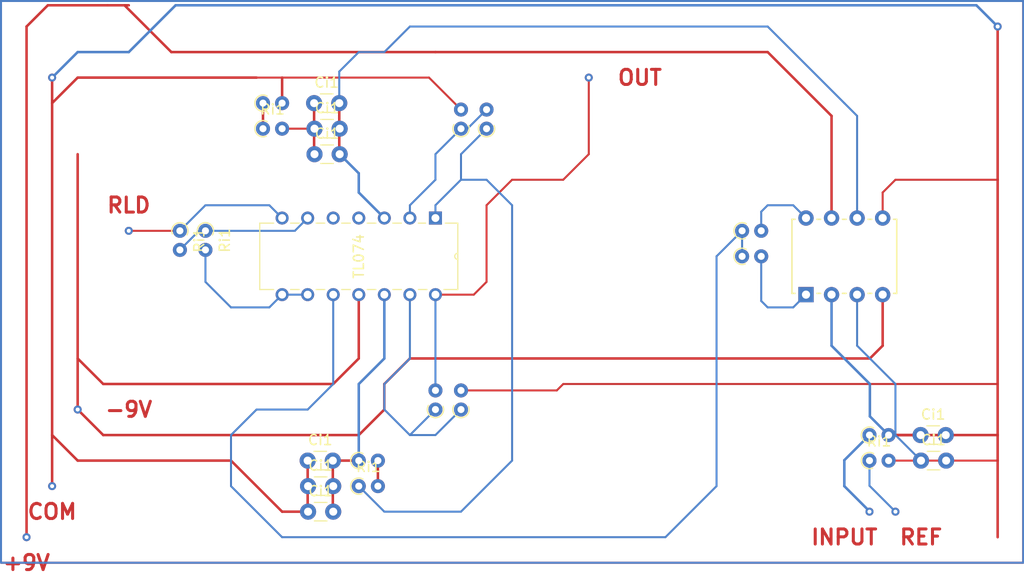
<source format=kicad_pcb>
(kicad_pcb (version 20211014) (generator pcbnew)
  (layers (0 "F.Cu" signal) (31 "B.Cu" signal) (34 "B.Paste" user) (35 "F.Paste" user) (36 "B.SilkS" user "B.Silkscreen") (37 "F.SilkS" user "F.Silkscreen") (38 "B.Mask" user) (39 "F.Mask" user) (44 "Edge.Cuts" user))
  (net 0 "")
  (footprint "Resistor_THT:R_Axial_DIN0204_L3.6mm_D1.6mm_P1.90mm_Vertical" (layer "F.Cu") (at 137.16 81.28 90)
    (fp_text reference "Ri1" hide)
    (fp_text value "3.9 K")
    (fp_arc (start 0.320095 0.749359) (mid -0.813042 -0.054435) (end 0.417133 -0.7) (layer "F.SilkS") (width 0.12))
    (pad "1" thru_hole circle (at 0 0 90) (size 1.4 1.4) (drill 0.7) (layers F&B.Cu *.Mask))
    (pad "2" thru_hole oval (at 1.9 0 90) (size 1.4 1.4) (drill 0.7) (layers F&B.Cu *.Mask))
  )
  (footprint "Resistor_THT:R_Axial_DIN0204_L3.6mm_D1.6mm_P1.90mm_Vertical" (layer "F.Cu") (at 111.76 91.44 -90)
    (fp_text reference "Ri1" (at 0.95 -1.92 90) (layer "F.SilkS"))
    (fp_text value "15 K")
    (fp_arc (start 0.320095 0.749359) (mid -0.813042 -0.054435) (end 0.417133 -0.7) (layer "F.SilkS") (width 0.12))
    (pad "1" thru_hole circle (at 0 0 270) (size 1.4 1.4) (drill 0.7) (layers F&B.Cu *.Mask))
    (pad "2" thru_hole oval (at 1.9 0 270) (size 1.4 1.4) (drill 0.7) (layers F&B.Cu *.Mask))
  )
  (footprint "Resistor_THT:R_Axial_DIN0204_L3.6mm_D1.6mm_P1.90mm_Vertical" (layer "F.Cu") (at 177.76 111.76)
    (fp_text reference "Ri1" hide)
    (fp_text value "330 K")
    (fp_arc (start 0.320095 0.749359) (mid -0.813042 -0.054435) (end 0.417133 -0.7) (layer "F.SilkS") (width 0.12))
    (pad "1" thru_hole circle (at 0 0) (size 1.4 1.4) (drill 0.7) (layers *.Cu *.Mask))
    (pad "2" thru_hole oval (at 1.9 0) (size 1.4 1.4) (drill 0.7) (layers *.Cu *.Mask))
  )
  (footprint "Resistor_THT:R_Axial_DIN0204_L3.6mm_D1.6mm_P1.90mm_Vertical" (layer "F.Cu") (at 165.1 91.44)
    (fp_text reference "Ri1" hide)
    (fp_text value "1.6 K")
    (fp_arc (start 0.320095 0.749359) (mid -0.813042 -0.054435) (end 0.417133 -0.7) (layer "F.SilkS") (width 0.12))
    (pad "1" thru_hole circle (at 0 0) (size 1.4 1.4) (drill 0.7) (layers F&B.Cu *.Mask))
    (pad "2" thru_hole oval (at 1.9 0) (size 1.4 1.4) (drill 0.7) (layers F&B.Cu *.Mask))
  )
  (footprint "Capacitor_THT:C_Disc_D3.0mm_W1.6mm_P2.50mm" (layer "F.Cu") (at 122.6 81.28)
    (fp_text reference "Ci1" (at 1.25 -2.05) (layer "F.SilkS"))
    (fp_text value "10 nF")
    (fp_line (start 0.621 0.92) (end 1.879 0.92) (layer "F.SilkS") (width 0.12))
    (fp_line (start 0.621 -0.92) (end 1.879 -0.92) (layer "F.SilkS") (width 0.12))
    (pad "1" thru_hole circle (at 0 0) (size 1.6 1.6) (drill 0.8) (layers F&B.Cu *.Mask))
    (pad "2" thru_hole circle (at 2.5 0) (size 1.6 1.6) (drill 0.8) (layers F&B.Cu *.Mask))
  )
  (footprint "Capacitor_THT:C_Disc_D3.0mm_W1.6mm_P2.50mm" (layer "F.Cu") (at 121.96 119.38)
    (fp_text reference "Ci1" (at 1.25 -2.05) (layer "F.SilkS"))
    (fp_text value "10 nF")
    (fp_line (start 0.621 0.92) (end 1.879 0.92) (layer "F.SilkS") (width 0.12))
    (fp_line (start 0.621 -0.92) (end 1.879 -0.92) (layer "F.SilkS") (width 0.12))
    (pad "1" thru_hole circle (at 0 0) (size 1.6 1.6) (drill 0.8) (layers F&B.Cu *.Mask))
    (pad "2" thru_hole circle (at 2.5 0) (size 1.6 1.6) (drill 0.8) (layers F&B.Cu *.Mask))
  )
  (footprint "Capacitor_THT:C_Disc_D3.0mm_W1.6mm_P2.50mm" (layer "F.Cu") (at 182.88 114.3)
    (fp_text reference "Ci1" (at 1.25 -2.05) (layer "F.SilkS"))
    (fp_text value "10 nF")
    (fp_line (start 0.621 0.92) (end 1.879 0.92) (layer "F.SilkS") (width 0.12))
    (fp_line (start 0.621 -0.92) (end 1.879 -0.92) (layer "F.SilkS") (width 0.12))
    (pad "1" thru_hole circle (at 0 0) (size 1.6 1.6) (drill 0.8) (layers F&B.Cu *.Mask))
    (pad "2" thru_hole circle (at 2.5 0) (size 1.6 1.6) (drill 0.8) (layers F&B.Cu *.Mask))
  )
  (footprint "Resistor_THT:R_Axial_DIN0204_L3.6mm_D1.6mm_P1.90mm_Vertical" (layer "F.Cu") (at 134.62 109.22 90)
    (fp_text reference "Ri1" hide)
    (fp_text value "15 K")
    (fp_arc (start 0.320095 0.749359) (mid -0.813042 -0.054435) (end 0.417133 -0.7) (layer "F.SilkS") (width 0.12))
    (pad "1" thru_hole circle (at 0 0 90) (size 1.4 1.4) (drill 0.7) (layers F&B.Cu *.Mask))
    (pad "2" thru_hole oval (at 1.9 0 90) (size 1.4 1.4) (drill 0.7) (layers F&B.Cu *.Mask))
  )
  (footprint "Capacitor_THT:C_Disc_D3.0mm_W1.6mm_P2.50mm" (layer "F.Cu") (at 122.6 83.82)
    (fp_text reference "Ci1" (at 1.25 -2.05) (layer "F.SilkS"))
    (fp_text value "10 nF")
    (fp_line (start 0.621 0.92) (end 1.879 0.92) (layer "F.SilkS") (width 0.12))
    (fp_line (start 0.621 -0.92) (end 1.879 -0.92) (layer "F.SilkS") (width 0.12))
    (pad "1" thru_hole circle (at 0 0) (size 1.6 1.6) (drill 0.8) (layers F&B.Cu *.Mask))
    (pad "2" thru_hole circle (at 2.5 0) (size 1.6 1.6) (drill 0.8) (layers F&B.Cu *.Mask))
  )
  (footprint "Capacitor_THT:C_Disc_D3.0mm_W1.6mm_P2.50mm" (layer "F.Cu") (at 122.56 78.74)
    (fp_text reference "Ci1" (at 1.25 -2.05) (layer "F.SilkS"))
    (fp_text value "104 nF")
    (fp_line (start 0.621 0.92) (end 1.879 0.92) (layer "F.SilkS") (width 0.12))
    (fp_line (start 0.621 -0.92) (end 1.879 -0.92) (layer "F.SilkS") (width 0.12))
    (pad "1" thru_hole circle (at 0 0) (size 1.6 1.6) (drill 0.8) (layers F&B.Cu *.Mask))
    (pad "2" thru_hole circle (at 2.5 0) (size 1.6 1.6) (drill 0.8) (layers F&B.Cu *.Mask))
  )
  (footprint "Resistor_THT:R_Axial_DIN0204_L3.6mm_D1.6mm_P1.90mm_Vertical" (layer "F.Cu") (at 139.7 81.28 90)
    (fp_text reference "Ri1" hide)
    (fp_text value "106 K")
    (fp_arc (start 0.320095 0.749359) (mid -0.813042 -0.054435) (end 0.417133 -0.7) (layer "F.SilkS") (width 0.12))
    (pad "1" thru_hole circle (at 0 0 90) (size 1.4 1.4) (drill 0.7) (layers F&B.Cu *.Mask))
    (pad "2" thru_hole oval (at 1.9 0 90) (size 1.4 1.4) (drill 0.7) (layers F&B.Cu *.Mask))
  )
  (footprint "Capacitor_THT:C_Disc_D3.0mm_W1.6mm_P2.50mm" (layer "F.Cu") (at 182.84 111.76)
    (fp_text reference "Ci1" (at 1.25 -2.05) (layer "F.SilkS"))
    (fp_text value "10 nF")
    (fp_line (start 0.621 0.92) (end 1.879 0.92) (layer "F.SilkS") (width 0.12))
    (fp_line (start 0.621 -0.92) (end 1.879 -0.92) (layer "F.SilkS") (width 0.12))
    (pad "1" thru_hole circle (at 0 0) (size 1.6 1.6) (drill 0.8) (layers *.Cu *.Mask))
    (pad "2" thru_hole circle (at 2.5 0) (size 1.6 1.6) (drill 0.8) (layers *.Cu *.Mask))
  )
  (footprint "Resistor_THT:R_Axial_DIN0204_L3.6mm_D1.6mm_P1.90mm_Vertical" (layer "F.Cu") (at 127 116.84)
    (fp_text reference "Ri1" (at 0.95 -1.92) (layer "F.SilkS"))
    (fp_text value "15 K")
    (fp_arc (start 0.320095 0.749359) (mid -0.813042 -0.054435) (end 0.417133 -0.7) (layer "F.SilkS") (width 0.12))
    (pad "1" thru_hole circle (at 0 0) (size 1.4 1.4) (drill 0.7) (layers F&B.Cu *.Mask))
    (pad "2" thru_hole oval (at 1.9 0) (size 1.4 1.4) (drill 0.7) (layers F&B.Cu *.Mask))
  )
  (footprint "Resistor_THT:R_Axial_DIN0204_L3.6mm_D1.6mm_P1.90mm_Vertical" (layer "F.Cu") (at 117.48 78.74)
    (fp_text reference "Ri1" hide)
    (fp_text value "219 K")
    (fp_arc (start 0.320095 0.749359) (mid -0.813042 -0.054435) (end 0.417133 -0.7) (layer "F.SilkS") (width 0.12))
    (pad "1" thru_hole circle (at 0 0) (size 1.4 1.4) (drill 0.7) (layers F&B.Cu *.Mask))
    (pad "2" thru_hole oval (at 1.9 0) (size 1.4 1.4) (drill 0.7) (layers F&B.Cu *.Mask))
  )
  (footprint "Resistor_THT:R_Axial_DIN0204_L3.6mm_D1.6mm_P1.90mm_Vertical" (layer "F.Cu") (at 109.22 91.44 -90)
    (fp_text reference "Ri1" (at 0.95 -1.92 90) (layer "F.SilkS"))
    (fp_text value "219 K")
    (fp_arc (start 0.320095 0.749359) (mid -0.813042 -0.054435) (end 0.417133 -0.7) (layer "F.SilkS") (width 0.12))
    (pad "1" thru_hole circle (at 0 0 270) (size 1.4 1.4) (drill 0.7) (layers F&B.Cu *.Mask))
    (pad "2" thru_hole oval (at 1.9 0 270) (size 1.4 1.4) (drill 0.7) (layers F&B.Cu *.Mask))
  )
  (footprint "Resistor_THT:R_Axial_DIN0204_L3.6mm_D1.6mm_P1.90mm_Vertical" (layer "F.Cu") (at 165.1 93.98)
    (fp_text reference "Ri1" hide)
    (fp_text value "1.6 K")
    (fp_arc (start 0.320095 0.749359) (mid -0.813042 -0.054435) (end 0.417133 -0.7) (layer "F.SilkS") (width 0.12))
    (pad "1" thru_hole circle (at 0 0) (size 1.4 1.4) (drill 0.7) (layers F&B.Cu *.Mask))
    (pad "2" thru_hole oval (at 1.9 0) (size 1.4 1.4) (drill 0.7) (layers F&B.Cu *.Mask))
  )
  (footprint "TL074CN:TL074CN" (layer "F.Cu") (at 119.38 97.79 -90)
    (fp_text reference "REF**" hide)
    (fp_text value "TL074" (at -3.81 -7.62 90) (layer "F.SilkS"))
    (fp_line (start -0.508 -17.4625) (end -7.112 -17.4625) (layer "F.SilkS") (width 0.12))
    (fp_line (start -0.508 -10.998569) (end -0.508 -11.861431) (layer "F.SilkS") (width 0.12))
    (fp_line (start -0.508 -8.458569) (end -0.508 -9.321431) (layer "F.SilkS") (width 0.12))
    (fp_line (start -0.508 2.2225) (end -0.508 0.838569) (layer "F.SilkS") (width 0.12))
    (fp_line (start -0.508 -0.838569) (end -0.508 -1.701431) (layer "F.SilkS") (width 0.12))
    (fp_line (start -7.112 -17.4625) (end -7.112 -16.22044) (layer "F.SilkS") (width 0.12))
    (fp_line (start -7.112 -4.241431) (end -7.112 -3.378569) (layer "F.SilkS") (width 0.12))
    (fp_line (start -7.112 -11.861431) (end -7.112 -10.998569) (layer "F.SilkS") (width 0.12))
    (fp_line (start -0.508 -16.078569) (end -0.508 -17.4625) (layer "F.SilkS") (width 0.12))
    (fp_line (start -7.112 -1.701431) (end -7.112 -0.838569) (layer "F.SilkS") (width 0.12))
    (fp_line (start -0.508 -3.378569) (end -0.508 -4.241431) (layer "F.SilkS") (width 0.12))
    (fp_line (start -0.508 -13.538569) (end -0.508 -14.401431) (layer "F.SilkS") (width 0.12))
    (fp_line (start -7.112 2.2225) (end -0.508 2.2225) (layer "F.SilkS") (width 0.12))
    (fp_line (start -7.112 -9.321431) (end -7.112 -8.458569) (layer "F.SilkS") (width 0.12))
    (fp_line (start -7.112 -14.25956) (end -7.112 -13.538569) (layer "F.SilkS") (width 0.12))
    (fp_line (start -7.112 0.838569) (end -7.112 2.2225) (layer "F.SilkS") (width 0.12))
    (fp_line (start -7.112 -6.781431) (end -7.112 -5.918569) (layer "F.SilkS") (width 0.12))
    (fp_line (start -0.508 -5.918569) (end -0.508 -6.781431) (layer "F.SilkS") (width 0.12))
    (fp_arc (start -3.5052 -17.4625) (mid -3.81 -17.1577) (end -4.1148 -17.4625) (layer "F.SilkS") (width 0.12))
    (pad "1" thru_hole rect locked (at -7.62 -15.24 270) (size 1.2954 1.2954) (drill 0.7874) (layers *.Cu *.Mask))
    (pad "2" thru_hole circle locked (at -7.62 -12.7 270) (size 1.2954 1.2954) (drill 0.7874) (layers *.Cu *.Mask))
    (pad "3" thru_hole circle locked (at -7.62 -10.16 270) (size 1.2954 1.2954) (drill 0.7874) (layers *.Cu *.Mask))
    (pad "4" thru_hole circle locked (at -7.62 -7.62 270) (size 1.2954 1.2954) (drill 0.7874) (layers *.Cu *.Mask))
    (pad "5" thru_hole circle locked (at -7.62 -5.08 270) (size 1.2954 1.2954) (drill 0.7874) (layers *.Cu *.Mask))
    (pad "6" thru_hole circle locked (at -7.62 -2.54 270) (size 1.2954 1.2954) (drill 0.7874) (layers *.Cu *.Mask))
    (pad "7" thru_hole circle locked (at -7.62 0 270) (size 1.2954 1.2954) (drill 0.7874) (layers *.Cu *.Mask))
    (pad "8" thru_hole circle locked (at 0 0 270) (size 1.2954 1.2954) (drill 0.7874) (layers *.Cu *.Mask))
    (pad "9" thru_hole circle locked (at 0 -2.54 270) (size 1.2954 1.2954) (drill 0.7874) (layers *.Cu *.Mask))
    (pad "10" thru_hole circle locked (at 0 -5.08 270) (size 1.2954 1.2954) (drill 0.7874) (layers *.Cu *.Mask))
    (pad "11" thru_hole circle locked (at 0 -7.62 270) (size 1.2954 1.2954) (drill 0.7874) (layers *.Cu *.Mask))
    (pad "12" thru_hole circle locked (at 0 -10.16 270) (size 1.2954 1.2954) (drill 0.7874) (layers *.Cu *.Mask))
    (pad "13" thru_hole circle locked (at 0 -12.7 270) (size 1.2954 1.2954) (drill 0.7874) (layers *.Cu *.Mask))
    (pad "14" thru_hole circle locked (at 0 -15.24 270) (size 1.2954 1.2954) (drill 0.7874) (layers *.Cu *.Mask))
  )
  (footprint "Resistor_THT:R_Axial_DIN0204_L3.6mm_D1.6mm_P1.90mm_Vertical" (layer "F.Cu") (at 177.76 114.3)
    (fp_text reference "Ri1" (at 0.95 -1.92) (layer "F.SilkS"))
    (fp_text value "330 K")
    (fp_arc (start 0.320095 0.749359) (mid -0.813042 -0.054435) (end 0.417133 -0.7) (layer "F.SilkS") (width 0.12))
    (pad "1" thru_hole circle (at 0 0) (size 1.4 1.4) (drill 0.7) (layers F&B.Cu *.Mask))
    (pad "2" thru_hole oval (at 1.9 0) (size 1.4 1.4) (drill 0.7) (layers F&B.Cu *.Mask))
  )
  (footprint "Resistor_THT:R_Axial_DIN0204_L3.6mm_D1.6mm_P1.90mm_Vertical" (layer "F.Cu") (at 137.16 109.22 90)
    (fp_text reference "Ri1" hide)
    (fp_text value "0.5 K")
    (fp_arc (start 0.320095 0.749359) (mid -0.813042 -0.054435) (end 0.417133 -0.7) (layer "F.SilkS") (width 0.12))
    (pad "1" thru_hole circle (at 0 0 90) (size 1.4 1.4) (drill 0.7) (layers F&B.Cu *.Mask))
    (pad "2" thru_hole oval (at 1.9 0 90) (size 1.4 1.4) (drill 0.7) (layers F&B.Cu *.Mask))
  )
  (footprint "Capacitor_THT:C_Disc_D3.0mm_W1.6mm_P2.50mm" (layer "F.Cu") (at 121.96 116.84)
    (fp_text reference "Ci1" (at 1.25 -2.05) (layer "F.SilkS"))
    (fp_text value "10 nF")
    (fp_line (start 0.621 0.92) (end 1.879 0.92) (layer "F.SilkS") (width 0.12))
    (fp_line (start 0.621 -0.92) (end 1.879 -0.92) (layer "F.SilkS") (width 0.12))
    (pad "1" thru_hole circle (at 0 0) (size 1.6 1.6) (drill 0.8) (layers F&B.Cu *.Mask))
    (pad "2" thru_hole circle (at 2.5 0) (size 1.6 1.6) (drill 0.8) (layers F&B.Cu *.Mask))
  )
  (footprint "Resistor_THT:R_Axial_DIN0204_L3.6mm_D1.6mm_P1.90mm_Vertical" (layer "F.Cu") (at 127 114.3)
    (fp_text reference "Ri1" hide)
    (fp_text value "15 K")
    (fp_arc (start 0.320095 0.749359) (mid -0.813042 -0.054435) (end 0.417133 -0.7) (layer "F.SilkS") (width 0.12))
    (pad "1" thru_hole circle (at 0 0) (size 1.4 1.4) (drill 0.7) (layers F&B.Cu *.Mask))
    (pad "2" thru_hole oval (at 1.9 0) (size 1.4 1.4) (drill 0.7) (layers F&B.Cu *.Mask))
  )
  (footprint "Capacitor_THT:C_Disc_D3.0mm_W1.6mm_P2.50mm" (layer "F.Cu") (at 121.92 114.3)
    (fp_text reference "Ci1" (at 1.25 -2.05) (layer "F.SilkS"))
    (fp_text value "104 nF")
    (fp_line (start 0.621 0.92) (end 1.879 0.92) (layer "F.SilkS") (width 0.12))
    (fp_line (start 0.621 -0.92) (end 1.879 -0.92) (layer "F.SilkS") (width 0.12))
    (pad "1" thru_hole circle (at 0 0) (size 1.6 1.6) (drill 0.8) (layers F&B.Cu *.Mask))
    (pad "2" thru_hole circle (at 2.5 0) (size 1.6 1.6) (drill 0.8) (layers F&B.Cu *.Mask))
  )
  (footprint "AD620:AD620" (layer "F.Cu") (at 171.45 97.79 90)
    (fp_text reference "REF**" hide)
    (fp_text value "AD620")
    (fp_line (start 0.127 -1.397) (end 0.127 -1.09474) (layer "F.SilkS") (width 0.1524))
    (fp_line (start 7.493 -1.397) (end 0.127 -1.397) (layer "F.SilkS") (width 0.1524))
    (fp_line (start 7.493 1.452652) (end 7.493 1.087348) (layer "F.SilkS") (width 0.1524))
    (fp_line (start 7.493 6.532652) (end 7.493 6.167348) (layer "F.SilkS") (width 0.1524))
    (fp_line (start 0.127 6.167348) (end 0.127 6.532652) (layer "F.SilkS") (width 0.1524))
    (fp_line (start 0.127 9.017) (end 7.493 9.017) (layer "F.SilkS") (width 0.1524))
    (fp_line (start 7.493 3.992652) (end 7.493 3.627348) (layer "F.SilkS") (width 0.1524))
    (fp_line (start 0.127 3.627348) (end 0.127 3.992652) (layer "F.SilkS") (width 0.1524))
    (fp_line (start 0.127 8.707348) (end 0.127 9.017) (layer "F.SilkS") (width 0.1524))
    (fp_line (start 0.127 1.09474) (end 0.127 1.452652) (layer "F.SilkS") (width 0.1524))
    (fp_line (start 7.493 9.017) (end 7.493 8.707348) (layer "F.SilkS") (width 0.1524))
    (fp_line (start 7.493 -1.087348) (end 7.493 -1.397) (layer "F.SilkS") (width 0.1524))
    (pad "1" thru_hole rect (at 0 0 90) (size 1.524 1.524) (drill 0.8128) (layers *.Cu *.Mask))
    (pad "2" thru_hole circle (at 0 2.54 90) (size 1.524 1.524) (drill 0.8128) (layers *.Cu *.Mask))
    (pad "3" thru_hole circle (at 0 5.08 90) (size 1.524 1.524) (drill 0.8128) (layers *.Cu *.Mask))
    (pad "4" thru_hole circle (at 0 7.62 90) (size 1.524 1.524) (drill 0.8128) (layers *.Cu *.Mask))
    (pad "5" thru_hole circle (at 7.62 7.62 90) (size 1.524 1.524) (drill 0.8128) (layers *.Cu *.Mask))
    (pad "6" thru_hole circle (at 7.62 5.08 90) (size 1.524 1.524) (drill 0.8128) (layers *.Cu *.Mask))
    (pad "7" thru_hole circle (at 7.62 2.54 90) (size 1.524 1.524) (drill 0.8128) (layers *.Cu *.Mask))
    (pad "8" thru_hole circle (at 7.62 0 90) (size 1.524 1.524) (drill 0.8128) (layers *.Cu *.Mask))
  )
  (footprint "Resistor_THT:R_Axial_DIN0204_L3.6mm_D1.6mm_P1.90mm_Vertical" (layer "F.Cu") (at 117.48 81.28)
    (fp_text reference "Ri1" (at 0.95 -1.92) (layer "F.SilkS"))
    (fp_text value "219 K")
    (fp_arc (start 0.320095 0.749359) (mid -0.813042 -0.054435) (end 0.417133 -0.7) (layer "F.SilkS") (width 0.12))
    (pad "1" thru_hole circle (at 0 0) (size 1.4 1.4) (drill 0.7) (layers F&B.Cu *.Mask))
    (pad "2" thru_hole oval (at 1.9 0) (size 1.4 1.4) (drill 0.7) (layers F&B.Cu *.Mask))
  )
  (gr_rect (start 91.44 68.58) (end 193.04 124.46) (layer "F.Cu") (width 0.2) (fill none))
  (gr_rect (start 91.44 68.58) (end 193.04 124.46) (layer "B.Cu") (width 0.2) (fill none))
  (gr_text "COM" (at 96.52 119.38) (layer "F.Cu") (effects (font (size 1.5 1.5) (thickness 0.3))))
  (gr_text "RLD\n" (at 104.14 88.9) (layer "F.Cu") (effects (font (size 1.5 1.5) (thickness 0.3))))
  (gr_text "INPUT" (at 175.26 121.92) (layer "F.Cu") (effects (font (size 1.5 1.5) (thickness 0.3))))
  (gr_text "OUT" (at 154.94 76.2) (layer "F.Cu") (effects (font (size 1.5 1.5) (thickness 0.3))))
  (gr_text "+9V\n" (at 93.98 124.46) (layer "F.Cu") (effects (font (size 1.5 1.5) (thickness 0.3))))
  (gr_text "REF" (at 182.88 121.92) (layer "F.Cu") (effects (font (size 1.5 1.5) (thickness 0.3))))
  (gr_text "-9V" (at 104.14 109.22) (layer "F.Cu") (effects (font (size 1.5 1.5) (thickness 0.3))))
  (segment (start 167.64 73.66) (end 173.99 80.01) (width 0.25) (layer "F.Cu") (net 0))
  (segment (start 179.07 102.87) (end 179.07 97.79) (width 0.25) (layer "F.Cu") (net 0))
  (segment (start 139.7 96.52) (end 139.7 88.9) (width 0.2) (layer "F.Cu") (net 0))
  (segment (start 177.8 104.14) (end 179.07 102.87) (width 0.25) (layer "F.Cu") (net 0))
  (segment (start 146.68 107.32) (end 147.32 106.68) (width 0.2) (layer "F.Cu") (net 0))
  (segment (start 147.32 106.68) (end 190.5 106.68) (width 0.2) (layer "F.Cu") (net 0))
  (segment (start 125.06 78.74) (end 125.06 83.78) (width 0.25) (layer "F.Cu") (net 0))
  (segment (start 128.9 114.3) (end 128.9 116.84) (width 0.25) (layer "F.Cu") (net 0))
  (segment (start 179.66 114.3) (end 182.88 114.3) (width 0.2) (layer "F.Cu") (net 0))
  (segment (start 116.84 76.2) (end 99.06 76.2) (width 0.25) (layer "F.Cu") (net 0))
  (segment (start 142.24 86.36) (end 147.32 86.36) (width 0.2) (layer "F.Cu") (net 0))
  (segment (start 117.48 78.74) (end 117.48 81.28) (width 0.25) (layer "F.Cu") (net 0))
  (segment (start 179.66 111.76) (end 182.84 111.76) (width 0.25) (layer "F.Cu") (net 0))
  (segment (start 129.54 109.22) (end 129.54 106.68) (width 0.25) (layer "F.Cu") (net 0))
  (segment (start 134.62 97.79) (end 138.43 97.79) (width 0.2) (layer "F.Cu") (net 0))
  (segment (start 190.5 71.12) (end 190.5 86.36) (width 0.25) (layer "F.Cu") (net 0))
  (segment (start 133.98 76.2) (end 119.38 76.2) (width 0.2) (layer "F.Cu") (net 0))
  (segment (start 180.34 86.36) (end 190.5 86.36) (width 0.2) (layer "F.Cu") (net 0))
  (segment (start 124.46 106.68) (end 127 104.14) (width 0.25) (layer "F.Cu") (net 0))
  (segment (start 121.92 119.34) (end 121.96 119.38) (width 0.25) (layer "F.Cu") (net 0))
  (segment (start 137.16 79.38) (end 133.98 76.2) (width 0.2) (layer "F.Cu") (net 0))
  (segment (start 119.38 76.2) (end 116.84 76.2) (width 0.2) (layer "F.Cu") (net 0))
  (segment (start 122.56 78.74) (end 122.56 83.78) (width 0.25) (layer "F.Cu") (net 0))
  (segment (start 96.52 76.2) (end 96.52 116.84) (width 0.25) (layer "F.Cu") (net 0))
  (segment (start 124.42 119.34) (end 124.46 119.38) (width 0.25) (layer "F.Cu") (net 0))
  (segment (start 127 111.76) (end 129.54 109.22) (width 0.25) (layer "F.Cu") (net 0))
  (segment (start 99.06 104.14) (end 99.06 109.22) (width 0.25) (layer "F.Cu") (net 0))
  (segment (start 190.5 114.3) (end 190.5 121.92) (width 0.25) (layer "F.Cu") (net 0))
  (segment (start 101.6 111.76) (end 127 111.76) (width 0.25) (layer "F.Cu") (net 0))
  (segment (start 137.16 107.32) (end 146.68 107.32) (width 0.2) (layer "F.Cu") (net 0))
  (segment (start 99.06 109.22) (end 101.6 111.76) (width 0.25) (layer "F.Cu") (net 0))
  (segment (start 99.06 76.2) (end 96.52 78.74) (width 0.25) (layer "F.Cu") (net 0))
  (segment (start 114.3 114.3) (end 99.06 114.3) (width 0.25) (layer "F.Cu") (net 0))
  (segment (start 121.92 114.3) (end 121.92 119.34) (width 0.25) (layer "F.Cu") (net 0))
  (segment (start 124.42 114.3) (end 124.42 119.34) (width 0.25) (layer "F.Cu") (net 0))
  (segment (start 173.99 80.01) (end 173.99 90.17) (width 0.25) (layer "F.Cu") (net 0))
  (segment (start 180.34 114.3) (end 190.5 114.3) (width 0.2) (layer "F.Cu") (net 0))
  (segment (start 93.98 71.12) (end 93.98 121.92) (width 0.25) (layer "F.Cu") (net 0))
  (segment (start 103.715 69.005) (end 108.37 73.66) (width 0.25) (layer "F.Cu") (net 0))
  (segment (start 190.5 86.36) (end 190.5 111.76) (width 0.25) (layer "F.Cu") (net 0))
  (segment (start 121.96 119.38) (end 119.38 119.38) (width 0.25) (layer "F.Cu") (net 0))
  (segment (start 125.06 83.78) (end 125.1 83.82) (width 0.25) (layer "F.Cu") (net 0))
  (segment (start 99.06 104.14) (end 101.6 106.68) (width 0.25) (layer "F.Cu") (net 0))
  (segment (start 99.06 114.3) (end 96.52 111.76) (width 0.25) (layer "F.Cu") (net 0))
  (segment (start 139.7 88.9) (end 142.24 86.36) (width 0.2) (layer "F.Cu") (net 0))
  (segment (start 119.38 119.38) (end 114.3 114.3) (width 0.25) (layer "F.Cu") (net 0))
  (segment (start 119.38 81.28) (end 122.6 81.28) (width 0.2) (layer "F.Cu") (net 0))
  (segment (start 102.025 69.005) (end 103.715 69.005) (width 0.25) (layer "F.Cu") (net 0))
  (segment (start 127 114.3) (end 124.42 114.3) (width 0.25) (layer "F.Cu") (net 0))
  (segment (start 101.6 106.68) (end 124.46 106.68) (width 0.25) (layer "F.Cu") (net 0))
  (segment (start 129.54 106.68) (end 132.08 104.14) (width 0.25) (layer "F.Cu") (net 0))
  (segment (start 179.07 87.63) (end 180.34 86.36) (width 0.2) (layer "F.Cu") (net 0))
  (segment (start 179.07 90.17) (end 179.07 87.63) (width 0.2) (layer "F.Cu") (net 0))
  (segment (start 119.38 78.74) (end 119.38 76.2) (width 0.25) (layer "F.Cu") (net 0))
  (segment (start 93.98 71.12) (end 96.095 69.005) (width 0.25) (layer "F.Cu") (net 0))
  (segment (start 132.08 104.14) (end 177.8 104.14) (width 0.25) (layer "F.Cu") (net 0))
  (segment (start 122.56 83.78) (end 122.6 83.82) (width 0.25) (layer "F.Cu") (net 0))
  (segment (start 109.22 91.44) (end 104.14 91.44) (width 0.2) (layer "F.Cu") (net 0))
  (segment (start 190.5 111.76) (end 190.5 114.3) (width 0.25) (layer "F.Cu") (net 0))
  (segment (start 127 104.14) (end 127 97.79) (width 0.25) (layer "F.Cu") (net 0))
  (segment (start 147.32 86.36) (end 149.86 83.82) (width 0.2) (layer "F.Cu") (net 0))
  (segment (start 96.095 69.005) (end 102.025 69.005) (width 0.25) (layer "F.Cu") (net 0))
  (segment (start 99.06 83.82) (end 99.06 104.14) (width 0.25) (layer "F.Cu") (net 0))
  (segment (start 134.62 73.66) (end 167.64 73.66) (width 0.25) (layer "F.Cu") (net 0))
  (segment (start 108.37 73.66) (end 134.62 73.66) (width 0.25) (layer "F.Cu") (net 0))
  (segment (start 103.715 69.005) (end 104.14 69.005) (width 0.25) (layer "F.Cu") (net 0))
  (segment (start 149.86 83.82) (end 149.86 76.2) (width 0.2) (layer "F.Cu") (net 0))
  (segment (start 138.43 97.79) (end 139.7 96.52) (width 0.2) (layer "F.Cu") (net 0))
  (segment (start 180.3 111.76) (end 190.5 111.76) (width 0.25) (layer "F.Cu") (net 0))
  (via (at 177.76 119.38) (size 0.8) (drill 0.4) (layers "F.Cu" "B.Cu") (net 0))
  (via (at 96.52 116.84) (size 0.8) (drill 0.4) (layers "F.Cu" "B.Cu") (net 0))
  (via (at 180.34 119.38) (size 0.8) (drill 0.4) (layers "F.Cu" "B.Cu") (net 0))
  (via (at 190.5 71.12) (size 0.8) (drill 0.4) (layers "F.Cu" "B.Cu") (net 0))
  (via (at 96.52 76.2) (size 0.8) (drill 0.4) (layers "F.Cu" "B.Cu") (net 0))
  (via (at 104.14 91.44) (size 0.8) (drill 0.4) (layers "F.Cu" "B.Cu") (net 0))
  (via (at 93.98 121.92) (size 0.8) (drill 0.4) (layers "F.Cu" "B.Cu") (net 0))
  (via (at 99.06 109.22) (size 0.8) (drill 0.4) (layers "F.Cu" "B.Cu") (net 0))
  (via (at 149.86 76.2) (size 0.8) (drill 0.4) (layers "F.Cu" "B.Cu") (net 0))
  (segment (start 129.54 119.38) (end 127 116.84) (width 0.2) (layer "B.Cu") (net 0))
  (segment (start 127 106.68) (end 129.54 104.14) (width 0.25) (layer "B.Cu") (net 0))
  (segment (start 119.38 97.79) (end 121.92 97.79) (width 0.2) (layer "B.Cu") (net 0))
  (segment (start 167 89.54) (end 167.64 88.9) (width 0.2) (layer "B.Cu") (net 0))
  (segment (start 127 114.3) (end 127 106.68) (width 0.25) (layer "B.Cu") (net 0))
  (segment (start 127 85.72) (end 127 87.63) (width 0.25) (layer "B.Cu") (net 0))
  (segment (start 134.62 109.22) (end 132.08 111.76) (width 0.2) (layer "B.Cu") (net 0))
  (segment (start 114.3 111.76) (end 116.84 109.22) (width 0.2) (layer "B.Cu") (net 0))
  (segment (start 111.12 91.44) (end 111.76 91.44) (width 0.2) (layer "B.Cu") (net 0))
  (segment (start 188.385 69.005) (end 108.795 69.005) (width 0.25) (layer "B.Cu") (net 0))
  (segment (start 132.08 104.14) (end 132.08 97.79) (width 0.2) (layer "B.Cu") (net 0))
  (segment (start 114.3 99.06) (end 118.11 99.06) (width 0.2) (layer "B.Cu") (net 0))
  (segment (start 129.54 106.68) (end 132.08 104.14) (width 0.2) (layer "B.Cu") (net 0))
  (segment (start 167.64 71.12) (end 132.08 71.12) (width 0.2) (layer "B.Cu") (net 0))
  (segment (start 125.1 83.82) (end 127 85.72) (width 0.25) (layer "B.Cu") (net 0))
  (segment (start 162.56 93.98) (end 162.56 116.84) (width 0.2) (layer "B.Cu") (net 0))
  (segment (start 139.7 81.28) (end 137.16 83.82) (width 0.2) (layer "B.Cu") (net 0))
  (segment (start 176.53 80.01) (end 175.26 78.74) (width 0.2) (layer "B.Cu") (net 0))
  (segment (start 134.62 86.36) (end 134.62 83.82) (width 0.2) (layer "B.Cu") (net 0))
  (segment (start 111.76 96.52) (end 111.76 93.34) (width 0.2) (layer "B.Cu") (net 0))
  (segment (start 129.54 104.14) (end 129.54 97.79) (width 0.25) (layer "B.Cu") (net 0))
  (segment (start 129.54 73.66) (end 127 73.66) (width 0.2) (layer "B.Cu") (net 0))
  (segment (start 132.08 90.17) (end 132.08 88.9) (width 0.2) (layer "B.Cu") (net 0))
  (segment (start 167 91.44) (end 167 89.54) (width 0.2) (layer "B.Cu") (net 0))
  (segment (start 167.64 88.9) (end 170.18 88.9) (width 0.2) (layer "B.Cu") (net 0))
  (segment (start 127 73.66) (end 125.06 75.6) (width 0.2) (layer "B.Cu") (net 0))
  (segment (start 119.38 121.92) (end 114.3 116.84) (width 0.2) (layer "B.Cu") (net 0))
  (segment (start 173.99 102.87) (end 173.99 97.79) (width 0.25) (layer "B.Cu") (net 0))
  (segment (start 118.11 88.9) (end 119.38 90.17) (width 0.2) (layer "B.Cu") (net 0))
  (segment (start 120.65 91.44) (end 121.92 90.17) (width 0.2) (layer "B.Cu") (net 0))
  (segment (start 132.08 71.12) (end 129.54 73.66) (width 0.2) (layer "B.Cu") (net 0))
  (segment (start 99.06 73.66) (end 96.52 76.2) (width 0.25) (layer "B.Cu") (net 0))
  (segment (start 134.62 88.9) (end 134.62 90.17) (width 0.2) (layer "B.Cu") (net 0))
  (segment (start 142.24 114.3) (end 137.16 119.38) (width 0.2) (layer "B.Cu") (net 0))
  (segment (start 124.46 106.68) (end 124.46 97.79) (width 0.2) (layer "B.Cu") (net 0))
  (segment (start 157.48 121.92) (end 119.38 121.92) (width 0.2) (layer "B.Cu") (net 0))
  (segment (start 137.16 119.38) (end 129.54 119.38) (width 0.2) (layer "B.Cu") (net 0))
  (segment (start 142.24 88.9) (end 142.24 114.3) (width 0.2) (layer "B.Cu") (net 0))
  (segment (start 175.26 78.74) (end 167.64 71.12) (width 0.2) (layer "B.Cu") (net 0))
  (segment (start 180.34 111.76) (end 180.34 106.68) (width 0.2) (layer "B.Cu") (net 0))
  (segment (start 137.8 81.28) (end 137.16 81.28) (width 0.2) (layer "B.Cu") (net 0))
  (segment (start 121.92 109.22) (end 124.46 106.68) (width 0.2) (layer "B.Cu") (net 0))
  (segment (start 109.22 93.34) (end 111.12 91.44) (width 0.2) (layer "B.Cu") (net 0))
  (segment (start 116.84 109.22) (end 121.92 109.22) (width 0.2) (layer "B.Cu") (net 0))
  (segment (start 137.16 109.22) (end 134.62 111.76) (width 0.2) (layer "B.Cu") (net 0))
  (segment (start 132.08 111.76) (end 129.54 109.22) (width 0.2) (layer "B.Cu") (net 0))
  (segment (start 182.88 114.3) (end 180.34 111.76) (width 0.2) (layer "B.Cu") (net 0))
  (segment (start 134.62 83.82) (end 137.16 81.28) (width 0.2) (layer "B.Cu") (net 0))
  (segment (start 137.16 83.82) (end 137.16 86.36) (width 0.2) (layer "B.Cu") (net 0))
  (segment (start 167 98.42) (end 167.64 99.06) (width 0.2) (layer "B.Cu") (net 0))
  (segment (start 180.34 119.38) (end 177.76 116.8) (width 0.2) (layer "B.Cu") (net 0))
  (segment (start 177.76 116.8) (end 177.76 114.3) (width 0.2) (layer "B.Cu") (net 0))
  (segment (start 127 87.63) (end 129.54 90.17) (width 0.25) (layer "B.Cu") (net 0))
  (segment (start 104.14 73.66) (end 99.06 73.66) (width 0.25) (layer "B.Cu") (net 0))
  (segment (start 139.7 86.36) (end 142.24 88.9) (width 0.2) (layer "B.Cu") (net 0))
  (segment (start 134.62 107.32) (end 134.62 97.79) (width 0.2) (layer "B.Cu") (net 0))
  (segment (start 114.3 116.84) (end 114.3 111.76) (width 0.2) (layer "B.Cu") (net 0))
  (segment (start 108.795 69.005) (end 104.14 73.66) (width 0.25) (layer "B.Cu") (net 0))
  (segment (start 134.62 111.76) (end 132.08 111.76) (width 0.2) (layer "B.Cu") (net 0))
  (segment (start 177.8 106.68) (end 173.99 102.87) (width 0.25) (layer "B.Cu") (net 0))
  (segment (start 165.1 91.44) (end 162.56 93.98) (width 0.2) (layer "B.Cu") (net 0))
  (segment (start 167.64 99.06) (end 170.18 99.06) (width 0.2) (layer "B.Cu") (net 0))
  (segment (start 109.22 91.44) (end 111.76 88.9) (width 0.2) (layer "B.Cu") (net 0))
  (segment (start 177.76 119.34) (end 175.26 116.84) (width 0.25) (layer "B.Cu") (net 0))
  (segment (start 132.08 88.9) (end 134.62 86.36) (width 0.2) (layer "B.Cu") (net 0))
  (segment (start 114.3 99.06) (end 111.76 96.52) (width 0.2) (layer "B.Cu") (net 0))
  (segment (start 177.76 119.38) (end 177.76 119.34) (width 0.25) (layer "B.Cu") (net 0))
  (segment (start 111.76 88.9) (end 118.11 88.9) (width 0.2) (layer "B.Cu") (net 0))
  (segment (start 129.54 109.22) (end 129.54 106.68) (width 0.2) (layer "B.Cu") (net 0))
  (segment (start 170.18 88.9) (end 171.45 90.17) (width 0.2) (layer "B.Cu") (net 0))
  (segment (start 118.11 99.06) (end 119.38 97.79) (width 0.2) (layer "B.Cu") (net 0))
  (segment (start 190.5 71.12) (end 188.385 69.005) (width 0.25) (layer "B.Cu") (net 0))
  (segment (start 125.06 75.6) (end 125.06 78.74) (width 0.2) (layer "B.Cu") (net 0))
  (segment (start 167 93.98) (end 167 98.42) (width 0.2) (layer "B.Cu") (net 0))
  (segment (start 139.7 79.38) (end 137.8 81.28) (width 0.2) (layer "B.Cu") (net 0))
  (segment (start 137.16 86.36) (end 134.62 88.9) (width 0.2) (layer "B.Cu") (net 0))
  (segment (start 175.26 114.26) (end 177.76 111.76) (width 0.25) (layer "B.Cu") (net 0))
  (segment (start 180.34 106.68) (end 176.53 102.87) (width 0.2) (layer "B.Cu") (net 0))
  (segment (start 170.18 99.06) (end 171.45 97.79) (width 0.2) (layer "B.Cu") (net 0))
  (segment (start 177.8 109.9) (end 177.8 106.68) (width 0.25) (layer "B.Cu") (net 0))
  (segment (start 111.76 91.44) (end 120.65 91.44) (width 0.2) (layer "B.Cu") (net 0))
  (segment (start 176.53 102.87) (end 176.53 97.79) (width 0.2) (layer "B.Cu") (net 0))
  (segment (start 165.1 91.44) (end 165.1 93.98) (width 0.2) (layer "B.Cu") (net 0))
  (segment (start 179.66 111.76) (end 177.8 109.9) (width 0.25) (layer "B.Cu") (net 0))
  (segment (start 176.53 90.17) (end 176.53 80.01) (width 0.2) (layer "B.Cu") (net 0))
  (segment (start 175.26 116.84) (end 175.26 114.26) (width 0.25) (layer "B.Cu") (net 0))
  (segment (start 162.56 116.84) (end 157.48 121.92) (width 0.2) (layer "B.Cu") (net 0))
  (segment (start 137.16 86.36) (end 139.7 86.36) (width 0.2) (layer "B.Cu") (net 0))
)
</source>
